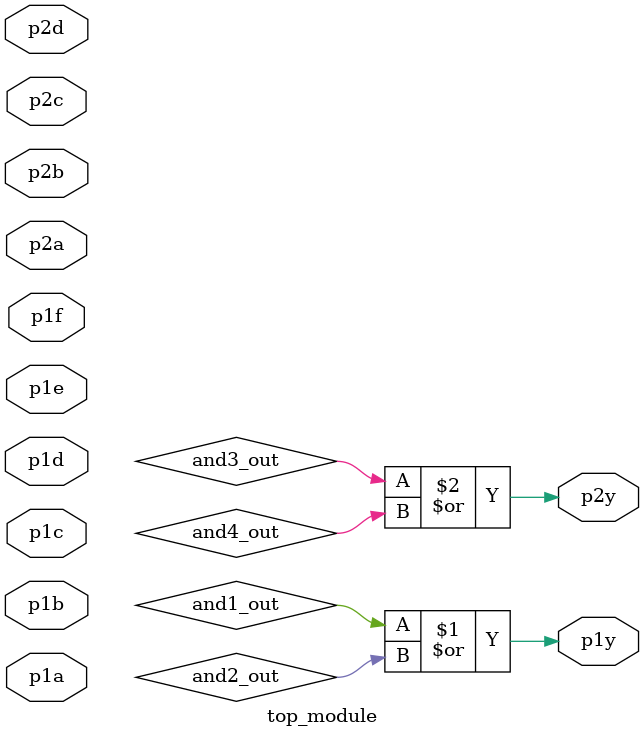
<source format=sv>
module top_module(
    input p1a, 
    input p1b, 
    input p1c, 
    input p1d,
    input p1e,
    input p1f,
    output p1y, 
    input p2a, 
    input p2b, 
    input p2c, 
    input p2d, 
    output p2y
);

    wire and1_out;
    wire and2_out;
    wire and3_out;
    wire and4_out;

    assign p1y = and1_out | and2_out;
    assign p2y = and3_out | and4_out;
  
    and gate1(
        .a(p1a),
        .b(p1b),
        .c(p1c),
        .out(and1_out)
    );
  
    and gate2(
        .a(p1d),
        .b(p1e),
        .c(p1f),
        .out(and2_out)
    );
  
    and gate3(
        .a(p2a),
        .b(p2b),
        .out(and3_out)
    );
  
    and gate4(
        .a(p2c),
        .b(p2d),
        .out(and4_out)
    );
  
endmodule

</source>
